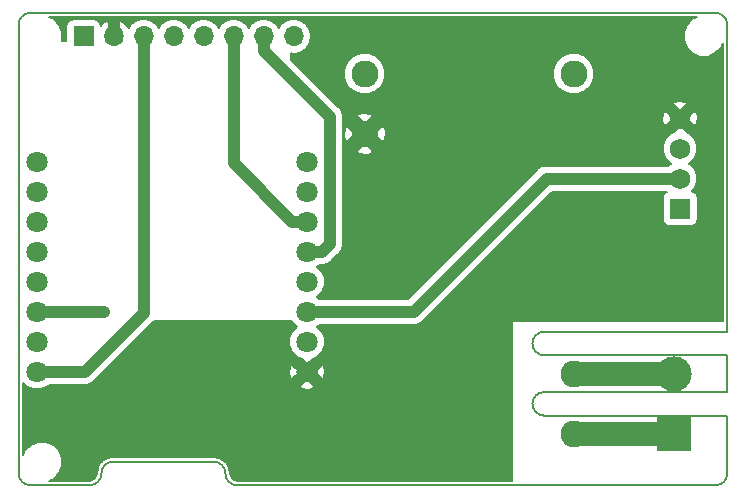
<source format=gbr>
G04 #@! TF.GenerationSoftware,KiCad,Pcbnew,(5.0.2)-1*
G04 #@! TF.CreationDate,2019-01-04T15:23:43-05:00*
G04 #@! TF.ProjectId,HASwitchPlate,48415377-6974-4636-9850-6c6174652e6b,rev?*
G04 #@! TF.SameCoordinates,Original*
G04 #@! TF.FileFunction,Copper,L1,Top*
G04 #@! TF.FilePolarity,Positive*
%FSLAX46Y46*%
G04 Gerber Fmt 4.6, Leading zero omitted, Abs format (unit mm)*
G04 Created by KiCad (PCBNEW (5.0.2)-1) date 1/4/2019 3:23:43 PM*
%MOMM*%
%LPD*%
G01*
G04 APERTURE LIST*
G04 #@! TA.AperFunction,NonConductor*
%ADD10C,0.150000*%
G04 #@! TD*
G04 #@! TA.AperFunction,ComponentPad*
%ADD11C,1.750000*%
G04 #@! TD*
G04 #@! TA.AperFunction,ComponentPad*
%ADD12R,1.750000X1.750000*%
G04 #@! TD*
G04 #@! TA.AperFunction,ComponentPad*
%ADD13R,1.700000X1.700000*%
G04 #@! TD*
G04 #@! TA.AperFunction,ComponentPad*
%ADD14O,1.700000X1.700000*%
G04 #@! TD*
G04 #@! TA.AperFunction,ComponentPad*
%ADD15C,2.290000*%
G04 #@! TD*
G04 #@! TA.AperFunction,ComponentPad*
%ADD16C,1.800000*%
G04 #@! TD*
G04 #@! TA.AperFunction,ComponentPad*
%ADD17R,3.000000X3.000000*%
G04 #@! TD*
G04 #@! TA.AperFunction,ComponentPad*
%ADD18C,3.000000*%
G04 #@! TD*
G04 #@! TA.AperFunction,ViaPad*
%ADD19C,0.600000*%
G04 #@! TD*
G04 #@! TA.AperFunction,Conductor*
%ADD20C,2.000000*%
G04 #@! TD*
G04 #@! TA.AperFunction,Conductor*
%ADD21C,1.000000*%
G04 #@! TD*
G04 #@! TA.AperFunction,Conductor*
%ADD22C,0.200000*%
G04 #@! TD*
G04 APERTURE END LIST*
D10*
X160000000Y-101000000D02*
X160000000Y-127000000D01*
X160000000Y-132100000D02*
X160000000Y-129000000D01*
X143500000Y-128000000D02*
G75*
G03X144500000Y-129000000I1000000J0D01*
G01*
X144500000Y-127000000D02*
G75*
G03X143500000Y-128000000I0J-1000000D01*
G01*
X144500000Y-127000000D02*
X160000000Y-127000000D01*
X144500000Y-129000000D02*
X160000000Y-129000000D01*
X118500000Y-140000000D02*
X159000000Y-140000000D01*
X101000000Y-140000000D02*
X106000000Y-140000000D01*
X108000000Y-138000000D02*
X116500000Y-138000000D01*
X117500000Y-139000000D02*
G75*
G03X118500000Y-140000000I1000000J0D01*
G01*
X117500000Y-139000000D02*
G75*
G03X116500000Y-138000000I-1000000J0D01*
G01*
X107998255Y-138000002D02*
G75*
G03X107000000Y-139000000I1745J-999998D01*
G01*
X106000000Y-140000000D02*
G75*
G03X107000000Y-139000000I0J1000000D01*
G01*
X101000000Y-100000000D02*
G75*
G03X100000000Y-101000000I0J-1000000D01*
G01*
X100000000Y-139000000D02*
G75*
G03X101000000Y-140000000I1000000J0D01*
G01*
X159000000Y-140000000D02*
G75*
G03X160000000Y-139000000I0J1000000D01*
G01*
X160000000Y-101000000D02*
G75*
G03X159000000Y-100000000I-1000000J0D01*
G01*
X143500000Y-133100000D02*
G75*
G03X144500000Y-134100000I1000000J0D01*
G01*
X144500000Y-132100000D02*
G75*
G03X143500000Y-133100000I0J-1000000D01*
G01*
X160000000Y-134100000D02*
X160000000Y-139000000D01*
X144500000Y-134100000D02*
X160000000Y-134100000D01*
X144500000Y-132100000D02*
X160000000Y-132100000D01*
X101000000Y-100000000D02*
X159000000Y-100000000D01*
X100000000Y-101000000D02*
X100000000Y-139000000D01*
D11*
G04 #@! TO.P,J2,4*
G04 #@! TO.N,/+5V*
X156000000Y-108950000D03*
G04 #@! TO.P,J2,3*
G04 #@! TO.N,/LCD_TX*
X156000000Y-111490000D03*
G04 #@! TO.P,J2,2*
G04 #@! TO.N,/LCD_RX*
X156000000Y-114030000D03*
D12*
G04 #@! TO.P,J2,1*
G04 #@! TO.N,/GND*
X156000000Y-116570000D03*
G04 #@! TD*
D13*
G04 #@! TO.P,J3,1*
G04 #@! TO.N,/GND*
X105500000Y-102000000D03*
D14*
G04 #@! TO.P,J3,2*
G04 #@! TO.N,/+5V*
X108040000Y-102000000D03*
G04 #@! TO.P,J3,3*
G04 #@! TO.N,/+3.3V*
X110580000Y-102000000D03*
G04 #@! TO.P,J3,4*
G04 #@! TO.N,/A0*
X113120000Y-102000000D03*
G04 #@! TO.P,J3,5*
G04 #@! TO.N,/D0*
X115660000Y-102000000D03*
G04 #@! TO.P,J3,6*
G04 #@! TO.N,/D1*
X118200000Y-102000000D03*
G04 #@! TO.P,J3,7*
G04 #@! TO.N,/D2*
X120740000Y-102000000D03*
G04 #@! TO.P,J3,8*
G04 #@! TO.N,/D8_DBG*
X123280000Y-102000000D03*
G04 #@! TD*
D15*
G04 #@! TO.P,U1,5*
G04 #@! TO.N,N/C*
X147000000Y-105170000D03*
G04 #@! TO.P,U1,1*
G04 #@! TO.N,/AC_L*
X147000000Y-135650000D03*
G04 #@! TO.P,U1,2*
G04 #@! TO.N,/AC_N*
X147000000Y-130570000D03*
G04 #@! TO.P,U1,3*
G04 #@! TO.N,/+5V*
X129300000Y-110250000D03*
G04 #@! TO.P,U1,4*
G04 #@! TO.N,/GND*
X129300000Y-105170000D03*
G04 #@! TD*
D16*
G04 #@! TO.P,U2,16*
G04 #@! TO.N,/+3.3V*
X101570000Y-130390000D03*
G04 #@! TO.P,U2,1*
G04 #@! TO.N,/+5V*
X124430000Y-130390000D03*
G04 #@! TO.P,U2,15*
G04 #@! TO.N,/D8_DBG*
X101570000Y-127850000D03*
G04 #@! TO.P,U2,2*
G04 #@! TO.N,/GND*
X124430000Y-127850000D03*
G04 #@! TO.P,U2,14*
G04 #@! TO.N,/LCD_TX*
X101570000Y-125310000D03*
G04 #@! TO.P,U2,3*
G04 #@! TO.N,/LCD_RX*
X124430000Y-125310000D03*
G04 #@! TO.P,U2,13*
G04 #@! TO.N,N/C*
X101570000Y-122770000D03*
G04 #@! TO.P,U2,4*
X124430000Y-122770000D03*
G04 #@! TO.P,U2,12*
X101570000Y-120230000D03*
G04 #@! TO.P,U2,5*
G04 #@! TO.N,/D2*
X124430000Y-120230000D03*
G04 #@! TO.P,U2,11*
G04 #@! TO.N,/D0*
X101570000Y-117690000D03*
G04 #@! TO.P,U2,6*
G04 #@! TO.N,/D1*
X124430000Y-117690000D03*
G04 #@! TO.P,U2,10*
G04 #@! TO.N,/A0*
X101570000Y-115150000D03*
G04 #@! TO.P,U2,7*
G04 #@! TO.N,N/C*
X124430000Y-115150000D03*
G04 #@! TO.P,U2,9*
X101570000Y-112610000D03*
G04 #@! TO.P,U2,8*
X124430000Y-112610000D03*
G04 #@! TD*
D17*
G04 #@! TO.P,J1,1*
G04 #@! TO.N,/AC_L*
X155500000Y-135650000D03*
D18*
G04 #@! TO.P,J1,2*
G04 #@! TO.N,/AC_N*
X155500000Y-130570000D03*
G04 #@! TD*
D19*
G04 #@! TO.N,/LCD_TX*
X107200000Y-125300000D03*
G04 #@! TD*
D20*
G04 #@! TO.N,/AC_L*
X147000000Y-135650000D02*
X155500000Y-135650000D01*
D21*
G04 #@! TO.N,/LCD_TX*
X101570000Y-125310000D02*
X107190000Y-125310000D01*
X107190000Y-125310000D02*
X107200000Y-125300000D01*
G04 #@! TO.N,/LCD_RX*
X124430000Y-125310000D02*
X133440000Y-125310000D01*
X144720000Y-114030000D02*
X156000000Y-114030000D01*
X133440000Y-125310000D02*
X144720000Y-114030000D01*
D20*
G04 #@! TO.N,/AC_N*
X147000000Y-130570000D02*
X155500000Y-130570000D01*
D21*
G04 #@! TO.N,/+3.3V*
X105610000Y-130390000D02*
X110580000Y-125420000D01*
X110580000Y-125420000D02*
X110580000Y-102000000D01*
X101570000Y-130390000D02*
X105610000Y-130390000D01*
G04 #@! TO.N,/D1*
X124430000Y-117690000D02*
X123157208Y-117690000D01*
X123157208Y-117690000D02*
X118200000Y-112732792D01*
X118200000Y-112732792D02*
X118200000Y-103202081D01*
X118200000Y-103202081D02*
X118200000Y-102000000D01*
G04 #@! TO.N,/D2*
X124430000Y-120230000D02*
X125702792Y-120230000D01*
X125702792Y-120230000D02*
X126330001Y-119602791D01*
X126330001Y-119602791D02*
X126330001Y-108792082D01*
X126330001Y-108792082D02*
X120740000Y-103202081D01*
X120740000Y-103202081D02*
X120740000Y-102000000D01*
G04 #@! TD*
D22*
G04 #@! TO.N,/+5V*
G36*
X157037027Y-100558810D02*
X156558810Y-101037027D01*
X156300000Y-101661849D01*
X156300000Y-102338151D01*
X156558810Y-102962973D01*
X157037027Y-103441190D01*
X157661849Y-103700000D01*
X158338151Y-103700000D01*
X158962973Y-103441190D01*
X159441190Y-102962973D01*
X159605000Y-102567501D01*
X159605001Y-126062000D01*
X141910000Y-126062000D01*
X141871732Y-126069612D01*
X141839289Y-126091289D01*
X141817612Y-126123732D01*
X141810000Y-126162000D01*
X141810000Y-139605000D01*
X118538902Y-139605000D01*
X118271440Y-139551799D01*
X118077671Y-139422327D01*
X117948201Y-139228561D01*
X117887410Y-138922940D01*
X117887410Y-138922939D01*
X117811290Y-138540257D01*
X117779537Y-138463597D01*
X117752310Y-138397867D01*
X117535538Y-138073443D01*
X117481047Y-138018953D01*
X117426557Y-137964462D01*
X117102133Y-137747689D01*
X116959743Y-137688710D01*
X116577060Y-137612590D01*
X116577058Y-137612590D01*
X116538901Y-137605000D01*
X107961099Y-137605000D01*
X107922603Y-137612657D01*
X107920857Y-137612659D01*
X107539919Y-137688777D01*
X107468722Y-137718341D01*
X107397867Y-137747690D01*
X107073443Y-137964462D01*
X107018953Y-138018953D01*
X106964462Y-138073443D01*
X106747689Y-138397867D01*
X106700272Y-138512343D01*
X106688710Y-138540257D01*
X106612590Y-138922939D01*
X106612590Y-138922940D01*
X106551799Y-139228560D01*
X106422327Y-139422329D01*
X106228561Y-139551799D01*
X105961098Y-139605000D01*
X102567501Y-139605000D01*
X102962973Y-139441190D01*
X103441190Y-138962973D01*
X103700000Y-138338151D01*
X103700000Y-137661849D01*
X103441190Y-137037027D01*
X102962973Y-136558810D01*
X102338151Y-136300000D01*
X101661849Y-136300000D01*
X101037027Y-136558810D01*
X100558810Y-137037027D01*
X100395000Y-137432499D01*
X100395000Y-131336321D01*
X100720318Y-131661639D01*
X101271631Y-131890000D01*
X101868369Y-131890000D01*
X102419682Y-131661639D01*
X102446508Y-131634813D01*
X123821583Y-131634813D01*
X123929885Y-131843934D01*
X124524351Y-131924645D01*
X124930115Y-131843934D01*
X125038417Y-131634813D01*
X124430000Y-131026396D01*
X123821583Y-131634813D01*
X102446508Y-131634813D01*
X102591321Y-131490000D01*
X105501661Y-131490000D01*
X105610000Y-131511550D01*
X105718339Y-131490000D01*
X106039199Y-131426177D01*
X106403056Y-131183056D01*
X106464428Y-131091206D01*
X107071283Y-130484351D01*
X122895355Y-130484351D01*
X122976066Y-130890115D01*
X123185187Y-130998417D01*
X123793604Y-130390000D01*
X125066396Y-130390000D01*
X125674813Y-130998417D01*
X125883934Y-130890115D01*
X125964645Y-130295649D01*
X125883934Y-129889885D01*
X125674813Y-129781583D01*
X125066396Y-130390000D01*
X123793604Y-130390000D01*
X123185187Y-129781583D01*
X122976066Y-129889885D01*
X122895355Y-130484351D01*
X107071283Y-130484351D01*
X111281209Y-126274426D01*
X111373056Y-126213056D01*
X111448597Y-126100000D01*
X123000000Y-126100000D01*
X123038268Y-126092388D01*
X123070711Y-126070711D01*
X123092388Y-126038268D01*
X123097476Y-126012691D01*
X123158361Y-126159682D01*
X123578679Y-126580000D01*
X123158361Y-127000318D01*
X122930000Y-127551631D01*
X122930000Y-128148369D01*
X123158361Y-128699682D01*
X123580318Y-129121639D01*
X123951984Y-129275588D01*
X124430000Y-129753604D01*
X124908016Y-129275588D01*
X125279682Y-129121639D01*
X125701639Y-128699682D01*
X125930000Y-128148369D01*
X125930000Y-127551631D01*
X125701639Y-127000318D01*
X125281321Y-126580000D01*
X125451321Y-126410000D01*
X133331661Y-126410000D01*
X133440000Y-126431550D01*
X133548339Y-126410000D01*
X133869199Y-126346177D01*
X134233056Y-126103056D01*
X134294428Y-126011206D01*
X145175635Y-115130000D01*
X154890612Y-115130000D01*
X154692425Y-115262425D01*
X154559813Y-115460892D01*
X154513246Y-115695000D01*
X154513246Y-117445000D01*
X154559813Y-117679108D01*
X154692425Y-117877575D01*
X154890892Y-118010187D01*
X155125000Y-118056754D01*
X156875000Y-118056754D01*
X157109108Y-118010187D01*
X157307575Y-117877575D01*
X157440187Y-117679108D01*
X157486754Y-117445000D01*
X157486754Y-115695000D01*
X157440187Y-115460892D01*
X157307575Y-115262425D01*
X157109108Y-115129813D01*
X157006552Y-115109413D01*
X157250445Y-114865520D01*
X157475000Y-114323396D01*
X157475000Y-113736604D01*
X157250445Y-113194480D01*
X156835520Y-112779555D01*
X156788310Y-112760000D01*
X156835520Y-112740445D01*
X157250445Y-112325520D01*
X157475000Y-111783396D01*
X157475000Y-111196604D01*
X157250445Y-110654480D01*
X156835520Y-110239555D01*
X156554389Y-110123107D01*
X156000000Y-109568718D01*
X155445611Y-110123107D01*
X155164480Y-110239555D01*
X154749555Y-110654480D01*
X154525000Y-111196604D01*
X154525000Y-111783396D01*
X154749555Y-112325520D01*
X155164480Y-112740445D01*
X155211690Y-112760000D01*
X155164480Y-112779555D01*
X155014035Y-112930000D01*
X144828339Y-112930000D01*
X144720000Y-112908450D01*
X144611661Y-112930000D01*
X144290801Y-112993823D01*
X143926944Y-113236944D01*
X143865574Y-113328791D01*
X132984366Y-124210000D01*
X125451321Y-124210000D01*
X125281321Y-124040000D01*
X125701639Y-123619682D01*
X125930000Y-123068369D01*
X125930000Y-122471631D01*
X125701639Y-121920318D01*
X125281321Y-121500000D01*
X125451321Y-121330000D01*
X125594453Y-121330000D01*
X125702792Y-121351550D01*
X125811131Y-121330000D01*
X126131991Y-121266177D01*
X126495848Y-121023056D01*
X126557220Y-120931206D01*
X127031207Y-120457219D01*
X127123057Y-120395847D01*
X127366178Y-120031990D01*
X127430001Y-119711130D01*
X127430001Y-119711129D01*
X127451551Y-119602792D01*
X127430001Y-119494454D01*
X127430001Y-111738007D01*
X128621631Y-111738007D01*
X128767940Y-111956313D01*
X129461418Y-112030038D01*
X129832060Y-111956313D01*
X129978369Y-111738007D01*
X129300000Y-111059637D01*
X128621631Y-111738007D01*
X127430001Y-111738007D01*
X127430001Y-110411418D01*
X127519962Y-110411418D01*
X127593687Y-110782060D01*
X127811993Y-110928369D01*
X128490363Y-110250000D01*
X130109637Y-110250000D01*
X130788007Y-110928369D01*
X131006313Y-110782060D01*
X131080038Y-110088582D01*
X131006313Y-109717940D01*
X130788007Y-109571631D01*
X130109637Y-110250000D01*
X128490363Y-110250000D01*
X127811993Y-109571631D01*
X127593687Y-109717940D01*
X127519962Y-110411418D01*
X127430001Y-110411418D01*
X127430001Y-108900420D01*
X127451551Y-108792081D01*
X127445567Y-108761993D01*
X128621631Y-108761993D01*
X129300000Y-109440363D01*
X129702833Y-109037529D01*
X154490483Y-109037529D01*
X154571892Y-109446802D01*
X154780053Y-109551229D01*
X155381282Y-108950000D01*
X156618718Y-108950000D01*
X157219947Y-109551229D01*
X157428108Y-109446802D01*
X157509517Y-108862471D01*
X157428108Y-108453198D01*
X157219947Y-108348771D01*
X156618718Y-108950000D01*
X155381282Y-108950000D01*
X154780053Y-108348771D01*
X154571892Y-108453198D01*
X154490483Y-109037529D01*
X129702833Y-109037529D01*
X129978369Y-108761993D01*
X129832060Y-108543687D01*
X129138582Y-108469962D01*
X128767940Y-108543687D01*
X128621631Y-108761993D01*
X127445567Y-108761993D01*
X127366178Y-108362883D01*
X127345063Y-108331282D01*
X127123057Y-107999026D01*
X127031210Y-107937656D01*
X126823607Y-107730053D01*
X155398771Y-107730053D01*
X156000000Y-108331282D01*
X156601229Y-107730053D01*
X156496802Y-107521892D01*
X155912471Y-107440483D01*
X155503198Y-107521892D01*
X155398771Y-107730053D01*
X126823607Y-107730053D01*
X123916452Y-104822898D01*
X127555000Y-104822898D01*
X127555000Y-105517102D01*
X127820660Y-106158463D01*
X128311537Y-106649340D01*
X128952898Y-106915000D01*
X129647102Y-106915000D01*
X130288463Y-106649340D01*
X130779340Y-106158463D01*
X131045000Y-105517102D01*
X131045000Y-104822898D01*
X145255000Y-104822898D01*
X145255000Y-105517102D01*
X145520660Y-106158463D01*
X146011537Y-106649340D01*
X146652898Y-106915000D01*
X147347102Y-106915000D01*
X147988463Y-106649340D01*
X148479340Y-106158463D01*
X148745000Y-105517102D01*
X148745000Y-104822898D01*
X148479340Y-104181537D01*
X147988463Y-103690660D01*
X147347102Y-103425000D01*
X146652898Y-103425000D01*
X146011537Y-103690660D01*
X145520660Y-104181537D01*
X145255000Y-104822898D01*
X131045000Y-104822898D01*
X130779340Y-104181537D01*
X130288463Y-103690660D01*
X129647102Y-103425000D01*
X128952898Y-103425000D01*
X128311537Y-103690660D01*
X127820660Y-104181537D01*
X127555000Y-104822898D01*
X123916452Y-104822898D01*
X123100000Y-104006447D01*
X123100000Y-103442603D01*
X123137188Y-103450000D01*
X123422812Y-103450000D01*
X123845762Y-103365870D01*
X124325392Y-103045392D01*
X124645870Y-102565762D01*
X124758407Y-102000000D01*
X124645870Y-101434238D01*
X124325392Y-100954608D01*
X123845762Y-100634130D01*
X123422812Y-100550000D01*
X123137188Y-100550000D01*
X122714238Y-100634130D01*
X122234608Y-100954608D01*
X122010000Y-101290758D01*
X121785392Y-100954608D01*
X121305762Y-100634130D01*
X120882812Y-100550000D01*
X120597188Y-100550000D01*
X120174238Y-100634130D01*
X119694608Y-100954608D01*
X119470000Y-101290758D01*
X119245392Y-100954608D01*
X118765762Y-100634130D01*
X118342812Y-100550000D01*
X118057188Y-100550000D01*
X117634238Y-100634130D01*
X117154608Y-100954608D01*
X116930000Y-101290758D01*
X116705392Y-100954608D01*
X116225762Y-100634130D01*
X115802812Y-100550000D01*
X115517188Y-100550000D01*
X115094238Y-100634130D01*
X114614608Y-100954608D01*
X114390000Y-101290758D01*
X114165392Y-100954608D01*
X113685762Y-100634130D01*
X113262812Y-100550000D01*
X112977188Y-100550000D01*
X112554238Y-100634130D01*
X112074608Y-100954608D01*
X111850000Y-101290758D01*
X111625392Y-100954608D01*
X111145762Y-100634130D01*
X110722812Y-100550000D01*
X110437188Y-100550000D01*
X110014238Y-100634130D01*
X109534608Y-100954608D01*
X109303891Y-101299901D01*
X109007130Y-100908891D01*
X108677944Y-100688973D01*
X108465000Y-100765087D01*
X108465000Y-101575000D01*
X108710000Y-101575000D01*
X108710000Y-102400000D01*
X107370000Y-102400000D01*
X107370000Y-101575000D01*
X107615000Y-101575000D01*
X107615000Y-100765087D01*
X107402056Y-100688973D01*
X107072870Y-100908891D01*
X106946828Y-101074963D01*
X106915187Y-100915892D01*
X106782575Y-100717425D01*
X106584108Y-100584813D01*
X106350000Y-100538246D01*
X104650000Y-100538246D01*
X104415892Y-100584813D01*
X104217425Y-100717425D01*
X104084813Y-100915892D01*
X104038246Y-101150000D01*
X104038246Y-102400000D01*
X103674381Y-102400000D01*
X103700000Y-102338151D01*
X103700000Y-101661849D01*
X103441190Y-101037027D01*
X102962973Y-100558810D01*
X102567501Y-100395000D01*
X157432499Y-100395000D01*
X157037027Y-100558810D01*
X157037027Y-100558810D01*
G37*
X157037027Y-100558810D02*
X156558810Y-101037027D01*
X156300000Y-101661849D01*
X156300000Y-102338151D01*
X156558810Y-102962973D01*
X157037027Y-103441190D01*
X157661849Y-103700000D01*
X158338151Y-103700000D01*
X158962973Y-103441190D01*
X159441190Y-102962973D01*
X159605000Y-102567501D01*
X159605001Y-126062000D01*
X141910000Y-126062000D01*
X141871732Y-126069612D01*
X141839289Y-126091289D01*
X141817612Y-126123732D01*
X141810000Y-126162000D01*
X141810000Y-139605000D01*
X118538902Y-139605000D01*
X118271440Y-139551799D01*
X118077671Y-139422327D01*
X117948201Y-139228561D01*
X117887410Y-138922940D01*
X117887410Y-138922939D01*
X117811290Y-138540257D01*
X117779537Y-138463597D01*
X117752310Y-138397867D01*
X117535538Y-138073443D01*
X117481047Y-138018953D01*
X117426557Y-137964462D01*
X117102133Y-137747689D01*
X116959743Y-137688710D01*
X116577060Y-137612590D01*
X116577058Y-137612590D01*
X116538901Y-137605000D01*
X107961099Y-137605000D01*
X107922603Y-137612657D01*
X107920857Y-137612659D01*
X107539919Y-137688777D01*
X107468722Y-137718341D01*
X107397867Y-137747690D01*
X107073443Y-137964462D01*
X107018953Y-138018953D01*
X106964462Y-138073443D01*
X106747689Y-138397867D01*
X106700272Y-138512343D01*
X106688710Y-138540257D01*
X106612590Y-138922939D01*
X106612590Y-138922940D01*
X106551799Y-139228560D01*
X106422327Y-139422329D01*
X106228561Y-139551799D01*
X105961098Y-139605000D01*
X102567501Y-139605000D01*
X102962973Y-139441190D01*
X103441190Y-138962973D01*
X103700000Y-138338151D01*
X103700000Y-137661849D01*
X103441190Y-137037027D01*
X102962973Y-136558810D01*
X102338151Y-136300000D01*
X101661849Y-136300000D01*
X101037027Y-136558810D01*
X100558810Y-137037027D01*
X100395000Y-137432499D01*
X100395000Y-131336321D01*
X100720318Y-131661639D01*
X101271631Y-131890000D01*
X101868369Y-131890000D01*
X102419682Y-131661639D01*
X102446508Y-131634813D01*
X123821583Y-131634813D01*
X123929885Y-131843934D01*
X124524351Y-131924645D01*
X124930115Y-131843934D01*
X125038417Y-131634813D01*
X124430000Y-131026396D01*
X123821583Y-131634813D01*
X102446508Y-131634813D01*
X102591321Y-131490000D01*
X105501661Y-131490000D01*
X105610000Y-131511550D01*
X105718339Y-131490000D01*
X106039199Y-131426177D01*
X106403056Y-131183056D01*
X106464428Y-131091206D01*
X107071283Y-130484351D01*
X122895355Y-130484351D01*
X122976066Y-130890115D01*
X123185187Y-130998417D01*
X123793604Y-130390000D01*
X125066396Y-130390000D01*
X125674813Y-130998417D01*
X125883934Y-130890115D01*
X125964645Y-130295649D01*
X125883934Y-129889885D01*
X125674813Y-129781583D01*
X125066396Y-130390000D01*
X123793604Y-130390000D01*
X123185187Y-129781583D01*
X122976066Y-129889885D01*
X122895355Y-130484351D01*
X107071283Y-130484351D01*
X111281209Y-126274426D01*
X111373056Y-126213056D01*
X111448597Y-126100000D01*
X123000000Y-126100000D01*
X123038268Y-126092388D01*
X123070711Y-126070711D01*
X123092388Y-126038268D01*
X123097476Y-126012691D01*
X123158361Y-126159682D01*
X123578679Y-126580000D01*
X123158361Y-127000318D01*
X122930000Y-127551631D01*
X122930000Y-128148369D01*
X123158361Y-128699682D01*
X123580318Y-129121639D01*
X123951984Y-129275588D01*
X124430000Y-129753604D01*
X124908016Y-129275588D01*
X125279682Y-129121639D01*
X125701639Y-128699682D01*
X125930000Y-128148369D01*
X125930000Y-127551631D01*
X125701639Y-127000318D01*
X125281321Y-126580000D01*
X125451321Y-126410000D01*
X133331661Y-126410000D01*
X133440000Y-126431550D01*
X133548339Y-126410000D01*
X133869199Y-126346177D01*
X134233056Y-126103056D01*
X134294428Y-126011206D01*
X145175635Y-115130000D01*
X154890612Y-115130000D01*
X154692425Y-115262425D01*
X154559813Y-115460892D01*
X154513246Y-115695000D01*
X154513246Y-117445000D01*
X154559813Y-117679108D01*
X154692425Y-117877575D01*
X154890892Y-118010187D01*
X155125000Y-118056754D01*
X156875000Y-118056754D01*
X157109108Y-118010187D01*
X157307575Y-117877575D01*
X157440187Y-117679108D01*
X157486754Y-117445000D01*
X157486754Y-115695000D01*
X157440187Y-115460892D01*
X157307575Y-115262425D01*
X157109108Y-115129813D01*
X157006552Y-115109413D01*
X157250445Y-114865520D01*
X157475000Y-114323396D01*
X157475000Y-113736604D01*
X157250445Y-113194480D01*
X156835520Y-112779555D01*
X156788310Y-112760000D01*
X156835520Y-112740445D01*
X157250445Y-112325520D01*
X157475000Y-111783396D01*
X157475000Y-111196604D01*
X157250445Y-110654480D01*
X156835520Y-110239555D01*
X156554389Y-110123107D01*
X156000000Y-109568718D01*
X155445611Y-110123107D01*
X155164480Y-110239555D01*
X154749555Y-110654480D01*
X154525000Y-111196604D01*
X154525000Y-111783396D01*
X154749555Y-112325520D01*
X155164480Y-112740445D01*
X155211690Y-112760000D01*
X155164480Y-112779555D01*
X155014035Y-112930000D01*
X144828339Y-112930000D01*
X144720000Y-112908450D01*
X144611661Y-112930000D01*
X144290801Y-112993823D01*
X143926944Y-113236944D01*
X143865574Y-113328791D01*
X132984366Y-124210000D01*
X125451321Y-124210000D01*
X125281321Y-124040000D01*
X125701639Y-123619682D01*
X125930000Y-123068369D01*
X125930000Y-122471631D01*
X125701639Y-121920318D01*
X125281321Y-121500000D01*
X125451321Y-121330000D01*
X125594453Y-121330000D01*
X125702792Y-121351550D01*
X125811131Y-121330000D01*
X126131991Y-121266177D01*
X126495848Y-121023056D01*
X126557220Y-120931206D01*
X127031207Y-120457219D01*
X127123057Y-120395847D01*
X127366178Y-120031990D01*
X127430001Y-119711130D01*
X127430001Y-119711129D01*
X127451551Y-119602792D01*
X127430001Y-119494454D01*
X127430001Y-111738007D01*
X128621631Y-111738007D01*
X128767940Y-111956313D01*
X129461418Y-112030038D01*
X129832060Y-111956313D01*
X129978369Y-111738007D01*
X129300000Y-111059637D01*
X128621631Y-111738007D01*
X127430001Y-111738007D01*
X127430001Y-110411418D01*
X127519962Y-110411418D01*
X127593687Y-110782060D01*
X127811993Y-110928369D01*
X128490363Y-110250000D01*
X130109637Y-110250000D01*
X130788007Y-110928369D01*
X131006313Y-110782060D01*
X131080038Y-110088582D01*
X131006313Y-109717940D01*
X130788007Y-109571631D01*
X130109637Y-110250000D01*
X128490363Y-110250000D01*
X127811993Y-109571631D01*
X127593687Y-109717940D01*
X127519962Y-110411418D01*
X127430001Y-110411418D01*
X127430001Y-108900420D01*
X127451551Y-108792081D01*
X127445567Y-108761993D01*
X128621631Y-108761993D01*
X129300000Y-109440363D01*
X129702833Y-109037529D01*
X154490483Y-109037529D01*
X154571892Y-109446802D01*
X154780053Y-109551229D01*
X155381282Y-108950000D01*
X156618718Y-108950000D01*
X157219947Y-109551229D01*
X157428108Y-109446802D01*
X157509517Y-108862471D01*
X157428108Y-108453198D01*
X157219947Y-108348771D01*
X156618718Y-108950000D01*
X155381282Y-108950000D01*
X154780053Y-108348771D01*
X154571892Y-108453198D01*
X154490483Y-109037529D01*
X129702833Y-109037529D01*
X129978369Y-108761993D01*
X129832060Y-108543687D01*
X129138582Y-108469962D01*
X128767940Y-108543687D01*
X128621631Y-108761993D01*
X127445567Y-108761993D01*
X127366178Y-108362883D01*
X127345063Y-108331282D01*
X127123057Y-107999026D01*
X127031210Y-107937656D01*
X126823607Y-107730053D01*
X155398771Y-107730053D01*
X156000000Y-108331282D01*
X156601229Y-107730053D01*
X156496802Y-107521892D01*
X155912471Y-107440483D01*
X155503198Y-107521892D01*
X155398771Y-107730053D01*
X126823607Y-107730053D01*
X123916452Y-104822898D01*
X127555000Y-104822898D01*
X127555000Y-105517102D01*
X127820660Y-106158463D01*
X128311537Y-106649340D01*
X128952898Y-106915000D01*
X129647102Y-106915000D01*
X130288463Y-106649340D01*
X130779340Y-106158463D01*
X131045000Y-105517102D01*
X131045000Y-104822898D01*
X145255000Y-104822898D01*
X145255000Y-105517102D01*
X145520660Y-106158463D01*
X146011537Y-106649340D01*
X146652898Y-106915000D01*
X147347102Y-106915000D01*
X147988463Y-106649340D01*
X148479340Y-106158463D01*
X148745000Y-105517102D01*
X148745000Y-104822898D01*
X148479340Y-104181537D01*
X147988463Y-103690660D01*
X147347102Y-103425000D01*
X146652898Y-103425000D01*
X146011537Y-103690660D01*
X145520660Y-104181537D01*
X145255000Y-104822898D01*
X131045000Y-104822898D01*
X130779340Y-104181537D01*
X130288463Y-103690660D01*
X129647102Y-103425000D01*
X128952898Y-103425000D01*
X128311537Y-103690660D01*
X127820660Y-104181537D01*
X127555000Y-104822898D01*
X123916452Y-104822898D01*
X123100000Y-104006447D01*
X123100000Y-103442603D01*
X123137188Y-103450000D01*
X123422812Y-103450000D01*
X123845762Y-103365870D01*
X124325392Y-103045392D01*
X124645870Y-102565762D01*
X124758407Y-102000000D01*
X124645870Y-101434238D01*
X124325392Y-100954608D01*
X123845762Y-100634130D01*
X123422812Y-100550000D01*
X123137188Y-100550000D01*
X122714238Y-100634130D01*
X122234608Y-100954608D01*
X122010000Y-101290758D01*
X121785392Y-100954608D01*
X121305762Y-100634130D01*
X120882812Y-100550000D01*
X120597188Y-100550000D01*
X120174238Y-100634130D01*
X119694608Y-100954608D01*
X119470000Y-101290758D01*
X119245392Y-100954608D01*
X118765762Y-100634130D01*
X118342812Y-100550000D01*
X118057188Y-100550000D01*
X117634238Y-100634130D01*
X117154608Y-100954608D01*
X116930000Y-101290758D01*
X116705392Y-100954608D01*
X116225762Y-100634130D01*
X115802812Y-100550000D01*
X115517188Y-100550000D01*
X115094238Y-100634130D01*
X114614608Y-100954608D01*
X114390000Y-101290758D01*
X114165392Y-100954608D01*
X113685762Y-100634130D01*
X113262812Y-100550000D01*
X112977188Y-100550000D01*
X112554238Y-100634130D01*
X112074608Y-100954608D01*
X111850000Y-101290758D01*
X111625392Y-100954608D01*
X111145762Y-100634130D01*
X110722812Y-100550000D01*
X110437188Y-100550000D01*
X110014238Y-100634130D01*
X109534608Y-100954608D01*
X109303891Y-101299901D01*
X109007130Y-100908891D01*
X108677944Y-100688973D01*
X108465000Y-100765087D01*
X108465000Y-101575000D01*
X108710000Y-101575000D01*
X108710000Y-102400000D01*
X107370000Y-102400000D01*
X107370000Y-101575000D01*
X107615000Y-101575000D01*
X107615000Y-100765087D01*
X107402056Y-100688973D01*
X107072870Y-100908891D01*
X106946828Y-101074963D01*
X106915187Y-100915892D01*
X106782575Y-100717425D01*
X106584108Y-100584813D01*
X106350000Y-100538246D01*
X104650000Y-100538246D01*
X104415892Y-100584813D01*
X104217425Y-100717425D01*
X104084813Y-100915892D01*
X104038246Y-101150000D01*
X104038246Y-102400000D01*
X103674381Y-102400000D01*
X103700000Y-102338151D01*
X103700000Y-101661849D01*
X103441190Y-101037027D01*
X102962973Y-100558810D01*
X102567501Y-100395000D01*
X157432499Y-100395000D01*
X157037027Y-100558810D01*
G04 #@! TD*
M02*

</source>
